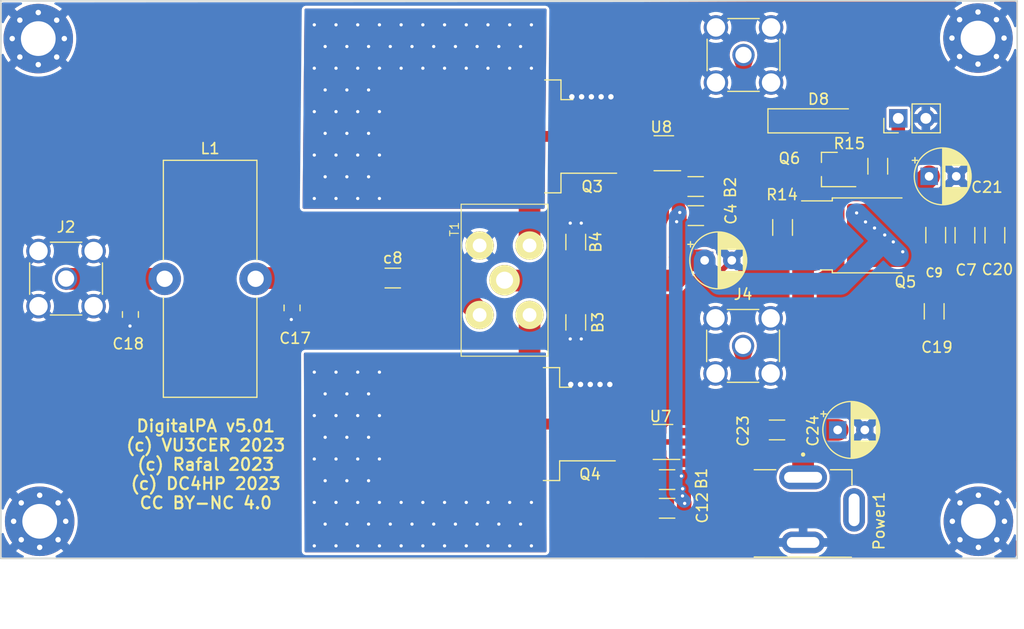
<source format=kicad_pcb>
(kicad_pcb (version 20221018) (generator pcbnew)
  (title_block (title "Hermes-Lite 2.0") (date "2019-08-11") (rev "2.0-build9") (company "SofterHardware") (comment 1 "KF7O Steve Haynal") (comment 4 "AISLER Project ID: GROBADQR"))
  (layers (0 "F.Cu" signal) (31 "B.Cu" signal) (34 "B.Paste" user) (35 "F.Paste" user) (36 "B.SilkS" user "B.Silkscreen") (37 "F.SilkS" user "F.Silkscreen") (38 "B.Mask" user) (39 "F.Mask" user) (44 "Edge.Cuts" user))
  (net 0 "")
  (net 1 "GND")
  (net 2 "VIN")
  (net 3 "VDC")
  (net 4 "Net-(T1-Pad4)")
  (net 5 "Net-(D8-A)")
  (net 6 "Net-(J2-In)")
  (net 7 "PTT")
  (net 8 "Net-(J1-In)")
  (net 10 "Net-(Q3-D)")
  (net 11 "Net-(Q6-B)")
  (net 12 "Net-(Q3-G)")
  (net 13 "Net-(Q4-G)")
  (net 14 "Net-(J4-In)")
  (net 15 "Net-(Q4-D)")
  (net 16 "Net-(C17-Pad1)")
  (footprint "Capacitor_SMD:C_0805_2012Metric_Pad1.18x1.45mm_HandSolder" (layer "F.Cu") (at 82.01 115.6875 -90)
    (fp_text reference "C18" (at 2.7025 0.2 -180) (layer "F.SilkS"))
    (fp_text value "100p")
    (pad "1" smd roundrect (at -1.0375 0 270) (size 1.175 1.45) (layers "F.Cu" "F.Paste" "F.Mask") (roundrect_rratio 0.212766) (net 6 "Net-(J2-In)"))
    (pad "2" smd roundrect (at 1.0375 0 270) (size 1.175 1.45) (layers "F.Cu" "F.Paste" "F.Mask") (roundrect_rratio 0.212766) (net 1 "GND"))
  )
  (footprint "Connector_Coaxial:SMA_Amphenol_901-144_Vertical" (layer "F.Cu") (at 138.45 118.58)
    (fp_text reference "J4" (at 0 -4.75) (layer "F.SilkS"))
    (fp_text value "Conn_Coaxial")
    (pad "1" thru_hole circle (at 0 0) (size 2.05 2.05) (drill 1.5) (layers "*.Cu" "*.Mask") (net 14 "Net-(J4-In)"))
    (pad "2" thru_hole circle (at -2.54 -2.54) (size 2.25 2.25) (drill 1.7) (layers "*.Cu" "*.Mask") (net 1 "GND"))
    (pad "2" thru_hole circle (at -2.54 2.54) (size 2.25 2.25) (drill 1.7) (layers "*.Cu" "*.Mask") (net 1 "GND"))
    (pad "2" thru_hole circle (at 2.54 -2.54) (size 2.25 2.25) (drill 1.7) (layers "*.Cu" "*.Mask") (net 1 "GND"))
    (pad "2" thru_hole circle (at 2.54 2.54) (size 2.25 2.25) (drill 1.7) (layers "*.Cu" "*.Mask") (net 1 "GND"))
  )
  (footprint "Package_TO_SOT_SMD:SOT-23_Handsoldering" (layer "F.Cu") (at 146.43 102.33 180)
    (fp_text reference "Q6" (at 3.71 1.03) (layer "F.SilkS"))
    (fp_text value "2N3904")
    (pad "1" smd rect (at -1.5 -0.95 180) (size 1.9 0.8) (layers "F.Cu" "F.Paste" "F.Mask") (net 11 "Net-(Q6-B)"))
    (pad "2" smd rect (at -1.5 0.95 180) (size 1.9 0.8) (layers "F.Cu" "F.Paste" "F.Mask") (net 1 "GND"))
    (pad "3" smd rect (at 1.5 0 180) (size 1.9 0.8) (layers "F.Cu" "F.Paste" "F.Mask") (net 5 "Net-(D8-A)"))
  )
  (footprint "Package_TO_SOT_SMD:SOT-23-5_HandSoldering" (layer "F.Cu") (at 131.15 100.831249 180)
    (fp_text reference "U8" (at 0.23 2.411249 180) (layer "F.SilkS"))
    (fp_text value "UCC27517DBVR")
    (pad "1" smd rect (at -1.35 -0.95 180) (size 1.56 0.65) (layers "F.Cu" "F.Paste" "F.Mask") (net 3 "VDC"))
    (pad "2" smd rect (at -1.35 0 180) (size 1.56 0.65) (layers "F.Cu" "F.Paste" "F.Mask") (net 1 "GND"))
    (pad "3" smd rect (at -1.35 0.95 180) (size 1.56 0.65) (layers "F.Cu" "F.Paste" "F.Mask") (net 8 "Net-(J1-In)"))
    (pad "4" smd rect (at 1.35 0.95 180) (size 1.56 0.65) (layers "F.Cu" "F.Paste" "F.Mask") (net 1 "GND"))
    (pad "5" smd rect (at 1.35 -0.95 180) (size 1.56 0.65) (layers "F.Cu" "F.Paste" "F.Mask") (net 12 "Net-(Q3-G)"))
  )
  (footprint "Capacitor_SMD:C_1206_3216Metric_Pad1.33x1.80mm_HandSolder" (layer "F.Cu") (at 156.056 115.4 -90)
    (fp_text reference "C19" (at 3.302 -0.254 -180) (layer "F.SilkS"))
    (fp_text value "1n")
    (pad "1" smd roundrect (at -1.5625 0 270) (size 1.325 1.8) (layers "F.Cu" "F.Paste" "F.Mask") (roundrect_rratio 0.188679) (net 3 "VDC"))
    (pad "2" smd roundrect (at 1.5625 0 270) (size 1.325 1.8) (layers "F.Cu" "F.Paste" "F.Mask") (roundrect_rratio 0.188679) (net 1 "GND"))
  )
  (footprint "Capacitor_SMD:C_1206_3216Metric_Pad1.33x1.80mm_HandSolder" (layer "F.Cu") (at 141.578 126.322 180)
    (fp_text reference "C23" (at 3.13 -0.1 90) (layer "F.SilkS"))
    (fp_text value "100n")
    (pad "1" smd roundrect (at -1.5625 0 180) (size 1.325 1.8) (layers "F.Cu" "F.Paste" "F.Mask") (roundrect_rratio 0.188679) (net 2 "VIN"))
    (pad "2" smd roundrect (at 1.5625 0 180) (size 1.325 1.8) (layers "F.Cu" "F.Paste" "F.Mask") (roundrect_rratio 0.188679) (net 1 "GND"))
  )
  (footprint "Package_TO_SOT_SMD:SOT-23-5_HandSoldering" (layer "F.Cu") (at 131.075 127.431249 180)
    (fp_text reference "U7" (at 0.225 2.351249 180) (layer "F.SilkS"))
    (fp_text value "UCC27517DBVR")
    (pad "1" smd rect (at -1.35 -0.95 180) (size 1.56 0.65) (layers "F.Cu" "F.Paste" "F.Mask") (net 3 "VDC"))
    (pad "2" smd rect (at -1.35 0 180) (size 1.56 0.65) (layers "F.Cu" "F.Paste" "F.Mask") (net 1 "GND"))
    (pad "3" smd rect (at -1.35 0.95 180) (size 1.56 0.65) (layers "F.Cu" "F.Paste" "F.Mask") (net 14 "Net-(J4-In)"))
    (pad "4" smd rect (at 1.35 0.95 180) (size 1.56 0.65) (layers "F.Cu" "F.Paste" "F.Mask") (net 1 "GND"))
    (pad "5" smd rect (at 1.35 -0.95 180) (size 1.56 0.65) (layers "F.Cu" "F.Paste" "F.Mask") (net 13 "Net-(Q4-G)"))
  )
  (footprint "Capacitor_THT:CP_Radial_D5.0mm_P2.50mm" (layer "F.Cu") (at 147.166 126.322)
    (fp_text reference "C24" (at -2.28 0.08 90) (layer "F.SilkS"))
    (fp_text value "100u")
    (pad "1" thru_hole rect (at 0 0) (size 1.6 1.6) (drill 0.8) (layers "*.Cu" "*.Mask") (net 2 "VIN"))
    (pad "2" thru_hole circle (at 2.5 0) (size 1.6 1.6) (drill 0.8) (layers "*.Cu" "*.Mask") (net 1 "GND"))
  )
  (footprint "Connector_PinHeader_2.54mm:PinHeader_1x02_P2.54mm_Vertical" (layer "F.Cu") (at 152.749 97.62 90)
    (fp_text reference "J3" hide)
    (fp_text value "Conn_01x02_Male")
    (pad "1" thru_hole rect (at 0 0 90) (size 1.7 1.7) (drill 1) (layers "*.Cu" "*.Mask") (net 7 "PTT"))
    (pad "2" thru_hole oval (at 0 2.54 90) (size 1.7 1.7) (drill 1) (layers "*.Cu" "*.Mask") (net 1 "GND"))
  )
  (footprint "Capacitor_THT:CP_Radial_D5.0mm_P2.50mm" (layer "F.Cu") (at 134.91 110.7)
    (fp_text reference "C10" hide)
    (fp_text value "100u")
    (pad "1" thru_hole rect (at 0 0) (size 1.6 1.6) (drill 0.8) (layers "*.Cu" "*.Mask") (net 3 "VDC"))
    (pad "2" thru_hole circle (at 2.5 0) (size 1.6 1.6) (drill 0.8) (layers "*.Cu" "*.Mask") (net 1 "GND"))
  )
  (footprint "Capacitor_SMD:C_1206_3216Metric_Pad1.33x1.80mm_HandSolder" (layer "F.Cu") (at 134.1 106.58)
    (fp_text reference "C4" (at 3.23 -0.14 90) (layer "F.SilkS"))
    (fp_text value "1n")
    (pad "1" smd roundrect (at -1.5625 0) (size 1.325 1.8) (layers "F.Cu" "F.Paste" "F.Mask") (roundrect_rratio 0.188679) (net 3 "VDC"))
    (pad "2" smd roundrect (at 1.5625 0) (size 1.325 1.8) (layers "F.Cu" "F.Paste" "F.Mask") (roundrect_rratio 0.188679) (net 1 "GND"))
  )
  (footprint "Resistor_SMD:R_1206_3216Metric_Pad1.30x1.75mm_HandSolder" (layer "F.Cu") (at 150.86 102.03 90)
    (fp_text reference "R15" (at 2.09 -2.62 180) (layer "F.SilkS"))
    (fp_text value "4.7k")
    (pad "1" smd roundrect (at -1.55 0 90) (size 1.3 1.75) (layers "F.Cu" "F.Paste" "F.Mask") (roundrect_rratio 0.192308) (net 11 "Net-(Q6-B)"))
    (pad "2" smd roundrect (at 1.55 0 90) (size 1.3 1.75) (layers "F.Cu" "F.Paste" "F.Mask") (roundrect_rratio 0.192308) (net 7 "PTT"))
  )
  (footprint "Capacitor_SMD:C_1206_3216Metric_Pad1.33x1.80mm_HandSolder" (layer "F.Cu") (at 156.198 108.374 90)
    (fp_text reference "C9" (at -3.47 -0.142 180) (layer "F.SilkS") (effects (font (size 0.8 0.8))))
    (fp_text value "100n")
    (pad "1" smd roundrect (at -1.5625 0 90) (size 1.325 1.8) (layers "F.Cu" "F.Paste" "F.Mask") (roundrect_rratio 0.188679) (net 3 "VDC"))
    (pad "2" smd roundrect (at 1.5625 0 90) (size 1.325 1.8) (layers "F.Cu" "F.Paste" "F.Mask") (roundrect_rratio 0.188679) (net 1 "GND"))
  )
  (footprint "Capacitor_SMD:C_1206_3216Metric_Pad1.33x1.80mm_HandSolder" (layer "F.Cu") (at 123.036 109.0115 -90)
    (fp_text reference "B4" (at 0 -1.85 90) (layer "F.SilkS"))
    (fp_text value "0.1uF")
    (pad "1" smd roundrect (at -1.5625 0 270) (size 1.325 1.8) (layers "F.Cu" "F.Paste" "F.Mask") (roundrect_rratio 0.188679) (net 1 "GND"))
    (pad "2" smd roundrect (at 1.5625 0 270) (size 1.325 1.8) (layers "F.Cu" "F.Paste" "F.Mask") (roundrect_rratio 0.188679) (net 3 "VDC"))
  )
  (footprint "MountingHole:MountingHole_3.2mm_M3_Pad_Via" (layer "F.Cu") (at 160.13 134.74)
    (fp_text reference "H1" hide)
    (fp_text value "MountingHole_Pad" hide)
    (pad "1" thru_hole circle (at -2.4 0) (size 0.8 0.8) (drill 0.5) (layers "*.Cu" "*.Mask") (net 1 "GND"))
    (pad "1" thru_hole circle (at -1.697056 -1.697056) (size 0.8 0.8) (drill 0.5) (layers "*.Cu" "*.Mask") (net 1 "GND"))
    (pad "1" thru_hole circle (at -1.697056 1.697056) (size 0.8 0.8) (drill 0.5) (layers "*.Cu" "*.Mask") (net 1 "GND"))
    (pad "1" thru_hole circle (at 0 -2.4) (size 0.8 0.8) (drill 0.5) (layers "*.Cu" "*.Mask") (net 1 "GND"))
    (pad "1" thru_hole circle (at 0 0) (size 6.4 6.4) (drill 3.2) (layers "*.Cu" "*.Mask") (net 1 "GND"))
    (pad "1" thru_hole circle (at 0 2.4) (size 0.8 0.8) (drill 0.5) (layers "*.Cu" "*.Mask") (net 1 "GND"))
    (pad "1" thru_hole circle (at 1.697056 -1.697056) (size 0.8 0.8) (drill 0.5) (layers "*.Cu" "*.Mask") (net 1 "GND"))
    (pad "1" thru_hole circle (at 1.697056 1.697056) (size 0.8 0.8) (drill 0.5) (layers "*.Cu" "*.Mask") (net 1 "GND"))
    (pad "1" thru_hole circle (at 2.4 0) (size 0.8 0.8) (drill 0.5) (layers "*.Cu" "*.Mask") (net 1 "GND"))
  )
  (footprint "MountingHole:MountingHole_3.2mm_M3_Pad_Via" (layer "F.Cu") (at 73.65 134.74)
    (fp_text reference "H2" hide)
    (fp_text value "MountingHole_Pad" hide)
    (pad "1" thru_hole circle (at -2.4 0) (size 0.8 0.8) (drill 0.5) (layers "*.Cu" "*.Mask") (net 1 "GND"))
    (pad "1" thru_hole circle (at -1.697056 -1.697056) (size 0.8 0.8) (drill 0.5) (layers "*.Cu" "*.Mask") (net 1 "GND"))
    (pad "1" thru_hole circle (at -1.697056 1.697056) (size 0.8 0.8) (drill 0.5) (layers "*.Cu" "*.Mask") (net 1 "GND"))
    (pad "1" thru_hole circle (at 0 -2.4) (size 0.8 0.8) (drill 0.5) (layers "*.Cu" "*.Mask") (net 1 "GND"))
    (pad "1" thru_hole circle (at 0 0) (size 6.4 6.4) (drill 3.2) (layers "*.Cu" "*.Mask") (net 1 "GND"))
    (pad "1" thru_hole circle (at 0 2.4) (size 0.8 0.8) (drill 0.5) (layers "*.Cu" "*.Mask") (net 1 "GND"))
    (pad "1" thru_hole circle (at 1.697056 -1.697056) (size 0.8 0.8) (drill 0.5) (layers "*.Cu" "*.Mask") (net 1 "GND"))
    (pad "1" thru_hole circle (at 1.697056 1.697056) (size 0.8 0.8) (drill 0.5) (layers "*.Cu" "*.Mask") (net 1 "GND"))
    (pad "1" thru_hole circle (at 2.4 0) (size 0.8 0.8) (drill 0.5) (layers "*.Cu" "*.Mask") (net 1 "GND"))
  )
  (footprint "Connector_Coaxial:SMA_Amphenol_901-144_Vertical" (layer "F.Cu") (at 138.49 91.78)
    (fp_text reference "J1" hide)
    (fp_text value "Conn_Coaxial")
    (pad "1" thru_hole circle (at 0 0) (size 2.05 2.05) (drill 1.5) (layers "*.Cu" "*.Mask") (net 8 "Net-(J1-In)"))
    (pad "2" thru_hole circle (at -2.54 -2.54) (size 2.25 2.25) (drill 1.7) (layers "*.Cu" "*.Mask") (net 1 "GND"))
    (pad "2" thru_hole circle (at -2.54 2.54) (size 2.25 2.25) (drill 1.7) (layers "*.Cu" "*.Mask") (net 1 "GND"))
    (pad "2" thru_hole circle (at 2.54 -2.54) (size 2.25 2.25) (drill 1.7) (layers "*.Cu" "*.Mask") (net 1 "GND"))
    (pad "2" thru_hole circle (at 2.54 2.54) (size 2.25 2.25) (drill 1.7) (layers "*.Cu" "*.Mask") (net 1 "GND"))
  )
  (footprint "Capacitor_SMD:C_1206_3216Metric_Pad1.33x1.80mm_HandSolder" (layer "F.Cu") (at 161.65 108.3875 90)
    (fp_text reference "C20" (at -3.1525 0.24 180) (layer "F.SilkS"))
    (fp_text value "100n")
    (pad "1" smd roundrect (at -1.5625 0 90) (size 1.325 1.8) (layers "F.Cu" "F.Paste" "F.Mask") (roundrect_rratio 0.188679) (net 3 "VDC"))
    (pad "2" smd roundrect (at 1.5625 0 90) (size 1.325 1.8) (layers "F.Cu" "F.Paste" "F.Mask") (roundrect_rratio 0.188679) (net 1 "GND"))
  )
  (footprint "Capacitor_SMD:C_1206_3216Metric_Pad1.33x1.80mm_HandSolder" (layer "F.Cu") (at 106.18 112.33)
    (fp_text reference "c8" (at 0 -1.85) (layer "F.SilkS"))
    (fp_text value "0.1uF")
    (pad "1" smd roundrect (at -1.5625 0) (size 1.325 1.8) (layers "F.Cu" "F.Paste" "F.Mask") (roundrect_rratio 0.188679) (net 16 "Net-(C17-Pad1)"))
    (pad "2" smd roundrect (at 1.5625 0) (size 1.325 1.8) (layers "F.Cu" "F.Paste" "F.Mask") (roundrect_rratio 0.188679) (net 4 "Net-(T1-Pad4)"))
  )
  (footprint "Capacitor_SMD:C_1206_3216Metric_Pad1.33x1.80mm_HandSolder" (layer "F.Cu") (at 131.45 133.54 180)
    (fp_text reference "C12" (at -3.24 0.05 270) (layer "F.SilkS"))
    (fp_text value "1n")
    (pad "1" smd roundrect (at -1.5625 0 180) (size 1.325 1.8) (layers "F.Cu" "F.Paste" "F.Mask") (roundrect_rratio 0.188679) (net 3 "VDC"))
    (pad "2" smd roundrect (at 1.5625 0 180) (size 1.325 1.8) (layers "F.Cu" "F.Paste" "F.Mask") (roundrect_rratio 0.188679) (net 1 "GND"))
  )
  (footprint "Inductor_THT:L_Toroid_Vertical_L21.6mm_W8.4mm_P8.38mm_Pulse_G" (layer "F.Cu") (at 93.545 112.4 -90)
    (fp_text reference "L1" (at -12 4.195) (layer "F.SilkS"))
    (fp_text value "318.5nH")
    (pad "1" thru_hole circle (at 0 0 270) (size 3 3) (drill 1.5) (layers "*.Cu" "*.Mask") (net 16 "Net-(C17-Pad1)"))
    (pad "2" thru_hole circle (at 0 8.38 270) (size 3 3) (drill 1.5) (layers "*.Cu" "*.Mask") (net 6 "Net-(J2-In)"))
  )
  (footprint "Package_TO_SOT_SMD:TO-252-2" (layer "F.Cu") (at 149.98 108.4)
    (fp_text reference "Q5" (at 3.424 4.292) (layer "F.SilkS"))
    (fp_text value "AOD407")
    (pad "1" smd roundrect (at -5.04 -2.28) (size 2.2 1.2) (layers "F.Cu" "F.Paste" "F.Mask") (roundrect_rratio 0.208333) (net 5 "Net-(D8-A)"))
    (pad "2" smd roundrect (at -0.415 -1.525) (size 3.05 2.75) (layers "F.Cu" "F.Paste") (roundrect_rratio 0.090909) (net 3 "VDC"))
    (pad "2" smd roundrect (at -0.415 1.525) (size 3.05 2.75) (layers "F.Cu" "F.Paste") (roundrect_rratio 0.090909) (net 3 "VDC"))
    (pad "2" smd roundrect (at 1.26 0) (size 6.4 5.8) (layers "F.Cu" "F.Mask") (roundrect_rratio 0.043103) (net 3 "VDC"))
    (pad "2" smd roundrect (at 2.935 -1.525) (size 3.05 2.75) (layers "F.Cu" "F.Paste") (roundrect_rratio 0.090909) (net 3 "VDC"))
    (pad "2" smd roundrect (at 2.935 1.525) (size 3.05 2.75) (layers "F.Cu" "F.Paste") (roundrect_rratio 0.090909) (net 3 "VDC"))
    (pad "3" smd roundrect (at -5.04 2.28) (size 2.2 1.2) (layers "F.Cu" "F.Paste" "F.Mask") (roundrect_rratio 0.208333) (net 2 "VIN"))
  )
  (footprint "Resistor_SMD:R_1206_3216Metric_Pad1.30x1.75mm_HandSolder" (layer "F.Cu") (at 142.09 107.67 90)
    (fp_text reference "R14" (at 3.02 -0.05 180) (layer "F.SilkS"))
    (fp_text value "100k")
    (pad "1" smd roundrect (at -1.55 0 90) (size 1.3 1.75) (layers "F.Cu" "F.Paste" "F.Mask") (roundrect_rratio 0.192308) (net 2 "VIN"))
    (pad "2" smd roundrect (at 1.55 0 90) (size 1.3 1.75) (layers "F.Cu" "F.Paste" "F.Mask") (roundrect_rratio 0.192308) (net 5 "Net-(D8-A)"))
  )
  (footprint "Capacitor_SMD:C_0805_2012Metric_Pad1.18x1.45mm_HandSolder" (layer "F.Cu") (at 96.9 115.08 -90)
    (fp_text reference "C17" (at 2.8 -0.28) (layer "F.SilkS"))
    (fp_text value "100p")
    (pad "1" smd roundrect (at -1.0375 0 270) (size 1.175 1.45) (layers "F.Cu" "F.Paste" "F.Mask") (roundrect_rratio 0.212766) (net 16 "Net-(C17-Pad1)"))
    (pad "2" smd roundrect (at 1.0375 0 270) (size 1.175 1.45) (layers "F.Cu" "F.Paste" "F.Mask") (roundrect_rratio 0.212766) (net 1 "GND"))
  )
  (footprint "MountingHole:MountingHole_3.2mm_M3_Pad_Via" (layer "F.Cu") (at 73.52 90.27)
    (fp_text reference "H4" hide)
    (fp_text value "MountingHole_Pad" hide)
    (pad "1" thru_hole circle (at -2.4 0) (size 0.8 0.8) (drill 0.5) (layers "*.Cu" "*.Mask") (net 1 "GND"))
    (pad "1" thru_hole circle (at -1.697056 -1.697056) (size 0.8 0.8) (drill 0.5) (layers "*.Cu" "*.Mask") (net 1 "GND"))
    (pad "1" thru_hole circle (at -1.697056 1.697056) (size 0.8 0.8) (drill 0.5) (layers "*.Cu" "*.Mask") (net 1 "GND"))
    (pad "1" thru_hole circle (at 0 -2.4) (size 0.8 0.8) (drill 0.5) (layers "*.Cu" "*.Mask") (net 1 "GND"))
    (pad "1" thru_hole circle (at 0 0) (size 6.4 6.4) (drill 3.2) (layers "*.Cu" "*.Mask") (net 1 "GND"))
    (pad "1" thru_hole circle (at 0 2.4) (size 0.8 0.8) (drill 0.5) (layers "*.Cu" "*.Mask") (net 1 "GND"))
    (pad "1" thru_hole circle (at 1.697056 -1.697056) (size 0.8 0.8) (drill 0.5) (layers "*.Cu" "*.Mask") (net 1 "GND"))
    (pad "1" thru_hole circle (at 1.697056 1.697056) (size 0.8 0.8) (drill 0.5) (layers "*.Cu" "*.Mask") (net 1 "GND"))
    (pad "1" thru_hole circle (at 2.4 0) (size 0.8 0.8) (drill 0.5) (layers "*.Cu" "*.Mask") (net 1 "GND"))
  )
  (footprint "Capacitor_SMD:C_1206_3216Metric_Pad1.33x1.80mm_HandSolder" (layer "F.Cu") (at 134.08 103.9 180)
    (fp_text reference "B2" (at -3.2 -0.08 90) (layer "F.SilkS"))
    (fp_text value "0.1uF")
    (pad "1" smd roundrect (at -1.5625 0 180) (size 1.325 1.8) (layers "F.Cu" "F.Paste" "F.Mask") (roundrect_rratio 0.188679) (net 1 "GND"))
    (pad "2" smd roundrect (at 1.5625 0 180) (size 1.325 1.8) (layers "F.Cu" "F.Paste" "F.Mask") (roundrect_rratio 0.188679) (net 3 "VDC"))
  )
  (footprint "Package_TO_SOT_SMD:TO-263-3_TabPin2" (layer "F.Cu") (at 118.600001 125.781249 180)
    (fp_text reference "Q4" (at -5.749999 -4.618751) (layer "F.SilkS"))
    (fp_text value "IRF510")
    (pad "1" smd rect (at -5.775 -2.54 180) (size 4.6 1.1) (layers "F.Cu" "F.Paste" "F.Mask") (net 13 "Net-(Q4-G)"))
    (pad "2" smd rect (at -5.775 0 180) (size 4.6 1.1) (layers "F.Cu" "F.Paste" "F.Mask") (net 15 "Net-(Q4-D)"))
    (pad "2" smd rect (at 3.375 0 180) (size 9.4 10.8) (layers "F.Cu" "F.Mask") (net 15 "Net-(Q4-D)"))
    (pad "3" smd rect (at -5.775 2.54 180) (size 4.6 1.1) (layers "F.Cu" "F.Paste" "F.Mask") (net 1 "GND"))
  )
  (footprint "Diode_SMD:D_MiniMELF_Handsoldering" (layer "F.Cu") (at 145.4025 97.85)
    (fp_text reference "D8" (at 0 -2) (layer "F.SilkS"))
    (fp_text value "5.1V")
    (pad "1" smd roundrect (at -2.75 0) (size 3.3 1.7) (layers "F.Cu" "F.Paste" "F.Mask") (roundrect_rratio 0.1470588235) (net 2 "VIN"))
    (pad "2" smd roundrect (at 2.75 0) (size 3.3 1.7) (layers "F.Cu" "F.Paste" "F.Mask") (roundrect_rratio 0.1470588235) (net 5 "Net-(D8-A)"))
  )
  (footprint "Package_TO_SOT_SMD:TO-263-3_TabPin2" (layer "F.Cu") (at 118.725 99.281249 180)
    (fp_text reference "Q3" (at -5.825 -4.618751) (layer "F.SilkS"))
    (fp_text value "IRF510")
    (pad "1" smd rect (at -5.775 -2.54 180) (size 4.6 1.1) (layers "F.Cu" "F.Paste" "F.Mask") (net 12 "Net-(Q3-G)"))
    (pad "2" smd rect (at -5.775 0 180) (size 4.6 1.1) (layers "F.Cu" "F.Paste" "F.Mask") (net 10 "Net-(Q3-D)"))
    (pad "2" smd rect (at 3.375 0 180) (size 9.4 10.8) (layers "F.Cu" "F.Mask") (net 10 "Net-(Q3-D)"))
    (pad "3" smd rect (at -5.775 2.54 180) (size 4.6 1.1) (layers "F.Cu" "F.Paste" "F.Mask") (net 1 "GND"))
  )
  (footprint "Capacitor_SMD:C_1206_3216Metric_Pad1.33x1.80mm_HandSolder" (layer "F.Cu") (at 123.036 116.416 90)
    (fp_text reference "B3" (at 0 2.032 90) (layer "F.SilkS"))
    (fp_text value "0.1uF")
    (pad "1" smd roundrect (at -1.5625 0 90) (size 1.325 1.8) (layers "F.Cu" "F.Paste" "F.Mask") (roundrect_rratio 0.188679) (net 1 "GND"))
    (pad "2" smd roundrect (at 1.5625 0 90) (size 1.325 1.8) (layers "F.Cu" "F.Paste" "F.Mask") (roundrect_rratio 0.188679) (net 3 "VDC"))
  )
  (footprint "footprints:XKB_DC-005-5A-2.0_Modded" (layer "F.Cu") (at 143.98 136.688 90)
    (fp_text reference "Power1" (at 1.984 6.996 90) (layer "F.SilkS"))
    (fp_text value "DC-005 (Barrel Jack)" hide)
    (pad "1" thru_hole oval (at 6 0 90) (size 2.2 4.4) (drill oval 1 3.5) (layers "*.Cu" "*.Mask") (net 2 "VIN"))
    (pad "2" thru_hole oval (at 0 0 90) (size 2 4) (drill oval 1 3) (layers "*.Cu" "*.Mask") (net 1 "GND"))
    (pad "3" thru_hole oval (at 3 4.7 90) (size 4 2) (drill oval 3 1) (layers "*.Cu" "*.Mask"))
  )
  (footprint "Connector_Coaxial:SMA_Amphenol_901-144_Vertical" (layer "F.Cu") (at 76.08 112.38)
    (fp_text reference "J2" (at 0 -4.75) (layer "F.SilkS"))
    (fp_text value "Conn_Coaxial")
    (pad "1" thru_hole circle (at 0 0) (size 2.05 2.05) (drill 1.5) (layers "*.Cu" "*.Mask") (net 6 "Net-(J2-In)"))
    (pad "2" thru_hole circle (at -2.54 -2.54) (size 2.25 2.25) (drill 1.7) (layers "*.Cu" "*.Mask") (net 1 "GND"))
    (pad "2" thru_hole circle (at -2.54 2.54) (size 2.25 2.25) (drill 1.7) (layers "*.Cu" "*.Mask") (net 1 "GND"))
    (pad "2" thru_hole circle (at 2.54 -2.54) (size 2.25 2.25) (drill 1.7) (layers "*.Cu" "*.Mask") (net 1 "GND"))
    (pad "2" thru_hole circle (at 2.54 2.54) (size 2.25 2.25) (drill 1.7) (layers "*.Cu" "*.Mask") (net 1 "GND"))
  )
  (footprint "Capacitor_SMD:C_1206_3216Metric_Pad1.33x1.80mm_HandSolder" (layer "F.Cu") (at 131.45 130.899999)
    (fp_text reference "B1" (at 3.17 -0.099999 90) (layer "F.SilkS"))
    (fp_text value "0.1uF")
    (pad "1" smd roundrect (at -1.5625 0) (size 1.325 1.8) (layers "F.Cu" "F.Paste" "F.Mask") (roundrect_rratio 0.188679) (net 1 "GND"))
    (pad "2" smd roundrect (at 1.5625 0) (size 1.325 1.8) (layers "F.Cu" "F.Paste" "F.Mask") (roundrect_rratio 0.188679) (net 3 "VDC"))
  )
  (footprint "Capacitor_SMD:C_1206_3216Metric_Pad1.33x1.80mm_HandSolder" (layer "F.Cu") (at 158.89 108.3875 90)
    (fp_text reference "C7" (at -3.2025 0.1 180) (layer "F.SilkS"))
    (fp_text value "1n")
    (pad "1" smd roundrect (at -1.5625 0 90) (size 1.325 1.8) (layers "F.Cu" "F.Paste" "F.Mask") (roundrect_rratio 0.188679) (net 3 "VDC"))
    (pad "2" smd roundrect (at 1.5625 0 90) (size 1.325 1.8) (layers "F.Cu" "F.Paste" "F.Mask") (roundrect_rratio 0.188679) (net 1 "GND"))
  )
  (footprint "Capacitor_THT:CP_Radial_D5.0mm_P2.50mm" (layer "F.Cu") (at 155.59 102.96)
    (fp_text reference "C21" (at 5.33 1) (layer "F.SilkS"))
    (fp_text value "100u")
    (pad "1" thru_hole rect (at 0 0) (size 1.6 1.6) (drill 0.8) (layers "*.Cu" "*.Mask") (net 3 "VDC"))
    (pad "2" thru_hole circle (at 2.5 0) (size 1.6 1.6) (drill 0.8) (layers "*.Cu" "*.Mask") (net 1 "GND"))
  )
  (footprint "MountingHole:MountingHole_3.2mm_M3_Pad_Via" (layer "F.Cu") (at 160.092944 90.222944)
    (fp_text reference "H3" hide)
    (fp_text value "MountingHole_Pad" hide)
    (pad "1" thru_hole circle (at -2.4 0) (size 0.8 0.8) (drill 0.5) (layers "*.Cu" "*.Mask") (net 1 "GND"))
    (pad "1" thru_hole circle (at -1.697056 -1.697056) (size 0.8 0.8) (drill 0.5) (layers "*.Cu" "*.Mask") (net 1 "GND"))
    (pad "1" thru_hole circle (at -1.697056 1.697056) (size 0.8 0.8) (drill 0.5) (layers "*.Cu" "*.Mask") (net 1 "GND"))
    (pad "1" thru_hole circle (at 0 -2.4) (size 0.8 0.8) (drill 0.5) (layers "*.Cu" "*.Mask") (net 1 "GND"))
    (pad "1" thru_hole circle (at 0 0) (size 6.4 6.4) (drill 3.2) (layers "*.Cu" "*.Mask") (net 1 "GND"))
    (pad "1" thru_hole circle (at 0 2.4) (size 0.8 0.8) (drill 0.5) (layers "*.Cu" "*.Mask") (net 1 "GND"))
    (pad "1" thru_hole circle (at 1.697056 -1.697056) (size 0.8 0.8) (drill 0.5) (layers "*.Cu" "*.Mask") (net 1 "GND"))
    (pad "1" thru_hole circle (at 1.697056 1.697056) (size 0.8 0.8) (drill 0.5) (layers "*.Cu" "*.Mask") (net 1 "GND"))
    (pad "1" thru_hole circle (at 2.4 0) (size 0.8 0.8) (drill 0.5) (layers "*.Cu" "*.Mask") (net 1 "GND"))
  )
  (footprint "footprints:BN202V" (layer "F.Cu") (at 116.48 112.53 180)
    (fp_text reference "T1" (at 4.62 4.7 90) (layer "F.SilkS") (effects (font (size 0.8 0.8) (thickness 0.1))))
    (fp_text value "BN-61-202, 2+2T:6T")
    (pad "1" thru_hole circle (at -2.3 3.2 180) (size 2.6 2.6) (drill 1.27) (layers "*.Cu" "*.Mask" "F.SilkS") (net 10 "Net-(Q3-D)"))
    (pad "2" thru_hole circle (at 0 0 180) (size 2.8 2.8) (drill 1.57) (layers "*.Cu" "*.Mask" "F.SilkS") (net 3 "VDC"))
    (pad "3" thru_hole circle (at -2.3 -3.2 180) (size 2.6 2.6) (drill 1.27) (layers "*.Cu" "*.Mask" "F.SilkS") (net 15 "Net-(Q4-D)"))
    (pad "4" thru_hole circle (at 2.3 -3.2 180) (size 2.6 2.6) (drill 1.27) (layers "*.Cu" "*.Mask" "F.SilkS") (net 4 "Net-(T1-Pad4)"))
    (pad "5" thru_hole circle (at 2.3 3.2 180) (size 2.6 2.6) (drill 1.27) (layers "*.Cu" "*.Mask" "F.SilkS") (net 1 "GND"))
  )
  (gr_rect (start 70.07 86.79) (end 163.7 138.16) (stroke (width 0.15)) (fill none) (layer "Edge.Cuts"))
  (gr_text "DigitalPA v5.01\n(c) VU3CER 2023\n(c) Rafal 2023\n(c) DC4HP 2023\nCC BY-NC 4.0" (at 88.95 129.5) (layer "F.SilkS") (effects (font (size 1.1 1.1) (thickness 0.2))))
  (segment (start 132.2125 127.431249) (end 133.475 127.431249) (width 0.5) (layer "F.Cu") (net 1))
  (segment (start 124.733752 123.6) (end 124.375001 123.241249) (width 0.5) (layer "F.Cu") (net 1))
  (segment (start 124.858751 97.1) (end 124.5 96.741249) (width 0.5) (layer "F.Cu") (net 1))
  (segment (start 129.8875 133.54) (end 129.8875 130.899999) (width 1.25) (layer "F.Cu") (net 1))
  (via (at 124.375 122.131249) (size 0.8) (drill 0.5) (layers "F.Cu" "B.Cu") (net 1))
  (via (at 126.275 95.631249) (size 0.8) (drill 0.5) (layers "F.Cu" "B.Cu") (net 1))
  (via (at 123.544 117.94) (size 0.6) (drill 0.3) (layers "F.Cu" "B.Cu") (net 1))
  (via (at 124.474999 95.631249) (size 0.8) (drill 0.5) (layers "F.Cu" "B.Cu") (net 1))
  (via (at 125.275 122.131249) (size 0.8) (drill 0.5) (layers "F.Cu" "B.Cu") (net 1))
  (via (at 122.575 122.131249) (size 0.8) (drill 0.5) (layers "F.Cu" "B.Cu") (net 1))
  (via (at 81.97 116.75) (size 0.6) (drill 0.3) (layers "F.Cu" "B.Cu") (net 1))
  (via (at 123.575 95.631249) (size 0.8) (drill 0.5) (layers "F.Cu" "B.Cu") (net 1))
  (via (at 96.83 116.15) (size 0.6) (drill 0.3) (layers "F.Cu" "B.Cu") (net 1))
  (via (at 123.544 107.272) (size 0.6) (drill 0.3) (layers "F.Cu" "B.Cu") (net 1))
  (via (at 126.175 122.131249) (size 0.8) (drill 0.5) (layers "F.Cu" "B.Cu") (net 1))
  (via (at 123.475 122.131249) (size 0.8) (drill 0.5) (layers "F.Cu" "B.Cu") (net 1))
  (via (at 122.675 95.631249) (size 0.8) (drill 0.5) (layers "F.Cu" "B.Cu") (net 1))
  (via (at 122.528 117.94) (size 0.6) (drill 0.3) (layers "F.Cu" "B.Cu") (net 1))
  (via (at 125.375001 95.631249) (size 0.8) (drill 0.5) (layers "F.Cu" "B.Cu") (net 1))
  (via (at 122.528 107.272) (size 0.6) (drill 0.3) (layers "F.Cu" "B.Cu") (net 1))
  (segment (start 144.118 110.68) (end 144.94 110.68) (width 2) (layer "F.Cu") (net 2))
  (segment (start 143.98 128.354) (end 143.98 127.1615) (width 2) (layer "F.Cu") (net 2))
  (segment (start 141.094 97.85) (end 140.308 98.636) (width 1) (layer "F.Cu") (net 2))
  (segment (start 142.09 109.22) (end 142.658 109.22) (width 2) (layer "F.Cu") (net 2))
  (segment (start 140.308 98.636) (end 140.308 107.438) (width 1) (layer "F.Cu") (net 2))
  (segment (start 147.166 126.322) (end 143.1405 126.322) (width 2) (layer "F.Cu") (net 2))
  (segment (start 142.6525 97.85) (end 141.094 97.85) (width 1) (layer "F.Cu") (net 2))
  (segment (start 143.98 127.1615) (end 143.1405 126.322) (width 2) (layer "F.Cu") (net 2))
  (segment (start 143.98 130.688) (end 143.98 128.354) (width 2) (layer "F.Cu") (net 2))
  (segment (start 142.658 109.22) (end 144.118 110.68) (width 2) (layer "F.Cu") (net 2))
  (segment (start 140.308 107.438) (end 142.09 109.22) (width 1) (layer "F.Cu") (net 2))
  (segment (start 143.98 128.354) (end 143.98 110.818) (width 2) (layer "F.Cu") (net 2))
  (segment (start 132.5375 106.58) (end 132.5375 103.92) (width 0.7) (layer "F.Cu") (net 3))
  (segment (start 152.915 109.925) (end 161.625 109.925) (width 2) (layer "F.Cu") (net 3))
  (segment (start 132.62 112) (end 132.06 112.56) (width 2) (layer "F.Cu") (net 3))
  (segment (start 133.0125 131.8725) (end 133.0125 132.2575) (width 1.25) (layer "F.Cu") (net 3))
  (segment (start 132.62 106.29) (end 132.62 107.65) (width 1.25) (layer "F.Cu") (net 3))
  (segment (start 156.056 110.0785) (end 156.198 109.9365) (width 2) (layer "F.Cu") (net 3))
  (segment (start 132.62 110.41) (end 132.91 110.7) (width 2) (layer "F.Cu") (net 3))
  (segment (start 152.915 106.875) (end 152.915 105.635) (width 2) (layer "F.Cu") (net 3))
  (segment (start 133.0125 133.54) (end 133.0125 130.8125) (width 1.25) (layer "F.Cu") (net 3))
  (segment (start 132.5175 103.9) (end 132.5175 101.798749) (width 0.7) (layer "F.Cu") (net 3))
  (segment (start 123.036 112.56) (end 132.06 112.56) (width 2) (layer "F.Cu") (net 3))
  (segment (start 161.625 109.925) (end 161.65 109.95) (width 2) (layer "F.Cu") (net 3))
  (segment (start 116.68 112.56) (end 123.036 112.56) (width 2) (layer "F.Cu") (net 3))
  (segment (start 133.0125 133.1475) (end 133.0125 133.54) (width 1.25) (layer "F.Cu") (net 3))
  (segment (start 132.91 110.7) (end 134.91 110.7) (width 2) (layer "F.Cu") (net 3))
  (segment (start 132.275 130.899998) (end 132.275 128.443749) (width 0.5) (layer "F.Cu") (net 3))
  (segment (start 123.036 110.574) (end 123.036 112.56) (width 2) (layer "F.Cu") (net 3))
  (segment (start 133.0125 133.0325) (end 133.07 133.09) (width 1.25) (layer "F.Cu") (net 3))
  (segment (start 152.915 105.635) (end 155.59 102.96) (width 2) (layer "F.Cu") (net 3))
  (segment (start 133.07 133.09) (end 133.0125 133.1475) (width 1.25) (layer "F.Cu") (net 3))
  (segment (start 132.62 107.65) (end 132.62 110.41) (width 2) (layer "F.Cu") (net 3))
  (segment (start 133.0125 132.5425) (end 133.0125 133.0325) (width 1.25) (layer "F.Cu") (net 3))
  (segment (start 132.62 110.41) (end 132.62 112) (width 2) (layer "F.Cu") (net 3))
  (segment (start 123.036 114.8535) (end 123.036 112.56) (width 2) (layer "F.Cu") (net 3))
  (segment (start 156.056 113.8375) (end 156.056 110.0785) (width 2) (layer "F.Cu") (net 3))
  (via (at 132.77 130.57) (size 0.6) (drill 0.3) (layers "F.Cu" "B.Cu") (net 3))
  (via (at 151.5 108.36) (size 0.6) (drill 0.3) (layers "F.Cu" "B.Cu") (net 3))
  (via (at 152.29 109) (size 0.6) (drill 0.3) (layers "F.Cu" "B.Cu") (net 3))
  (via (at 132.87 132.4) (size 0.6) (drill 0.3) (layers "F.Cu" "B.Cu") (net 3))
  (via (at 133.07 133.09) (size 0.6) (drill 0.3) (layers "F.Cu" "B.Cu") (net 3))
  (via (at 132.88 131.74) (size 0.6) (drill 0.3) (layers "F.Cu" "B.Cu") (net 3))
  (via (at 148.91 106.33) (size 0.6) (drill 0.3) (layers "F.Cu" "B.Cu") (net 3))
  (via (at 132.62 106.29) (size 0.6) (drill 0.3) (layers "F.Cu" "B.Cu") (net 3))
  (via (at 149.73 107.16) (size 0.6) (drill 0.3) (layers "F.Cu" "B.Cu") (net 3))
  (via (at 150.56 107.72) (size 0.6) (drill 0.3) (layers "F.Cu" "B.Cu") (net 3))
  (via (at 132.33 107.14) (size 0.6) (drill 0.3) (layers "F.Cu" "B.Cu") (net 3))
  (via (at 153.16 109.91) (size 0.6) (drill 0.3) (layers "F.Cu" "B.Cu") (net 3))
  (segment (start 148.98 106.52) (end 151.37 108.91) (width 1.25) (layer "B.Cu") (net 3))
  (segment (start 132.25 106.66) (end 132.62 106.29) (width 1.25) (layer "B.Cu") (net 3))
  (segment (start 151.37 108.91) (end 152.71 110.25) (width 1.25) (layer "B.Cu") (net 3))
  (segment (start 132.25 132.1) (end 133.02 132.87) (width 1.25) (layer "B.Cu") (net 3))
  (segment (start 134.91 111.5) (end 136.27 112.86) (width 2) (layer "B.Cu") (net 3))
  (segment (start 132.25 107.06) (end 132.25 106.8) (width 1.25) (layer "B.Cu") (net 3))
  (segment (start 134.91 110.7) (end 134.91 111.5) (width 2) (layer "B.Cu") (net 3))
  (segment (start 136.27 112.86) (end 147.42 112.86) (width 2) (layer "B.Cu") (net 3))
  (segment (start 147.42 112.86) (end 151.37 108.91) (width 2) (layer "B.Cu") (net 3))
  (segment (start 132.25 106.8) (end 132.53 106.52) (width 1.25) (layer "B.Cu") (net 3))
  (segment (start 132.25 132.1) (end 132.25 106.66) (width 1.25) (layer "B.Cu") (net 3))
  (segment (start 148.91 106.45) (end 152.71 110.25) (width 2) (layer "B.Cu") (net 3))
  (segment (start 107.7425 112.33) (end 110.95 112.33) (width 2) (layer "F.Cu") (net 4))
  (segment (start 110.95 112.33) (end 114.38 115.76) (width 2) (layer "F.Cu") (net 4))
  (segment (start 142.09 106.12) (end 144.94 106.12) (width 2) (layer "F.Cu") (net 5))
  (segment (start 144.93 102.33) (end 144.93 101.0725) (width 0.7) (layer "F.Cu") (net 5))
  (segment (start 144.94 102.34) (end 144.93 102.33) (width 2) (layer "F.Cu") (net 5))
  (segment (start 144.94 106.12) (end 144.94 102.34) (width 2) (layer "F.Cu") (net 5))
  (segment (start 144.93 101.0725) (end 148.1525 97.85) (width 0.7) (layer "F.Cu") (net 5))
  (segment (start 76.1 112.4) (end 76.08 112.38) (width 2) (layer "F.Cu") (net 6))
  (segment (start 85.165 112.4) (end 76.1 112.4) (width 2) (layer "F.Cu") (net 6))
  (segment (start 82 112.4) (end 85.165 112.4) (width 2) (layer "F.Cu") (net 6))
  (segment (start 82.01 112.41) (end 82 112.4) (width 2) (layer "F.Cu") (net 6))
  (segment (start 82.01 114.65) (end 82.01 112.41) (width 2) (layer "F.Cu") (net 6))
  (segment (start 150.86 100.48) (end 152.434 100.48) (width 1.25) (layer "F.Cu") (net 7))
  (segment (start 152.434 100.48) (end 152.749 100.165) (width 1.25) (layer "F.Cu") (net 7))
  (segment (start 152.749 100.165) (end 152.749 97.62) (width 1.25) (layer "F.Cu") (net 7))
  (segment (start 138.5 96.67) (end 138.5 98.320821) (width 0.7) (layer "F.Cu") (net 8))
  (segment (start 138.49 96.66) (end 138.49 91.78) (width 0.7) (layer "F.Cu") (net 8))
  (segment (start 132.5 99.881249) (end 136.939572 99.881249) (width 0.7) (layer "F.Cu") (net 8))
  (segment (start 138.207107 99.027928) (end 137.646679 99.588356) (width 0.7) (layer "F.Cu") (net 8))
  (segment (start 138.5 96.67) (end 138.49 96.66) (width 0.7) (layer "F.Cu") (net 8))
  (arc (start 136.939572 99.881249) (mid 137.322255 99.805129) (end 137.646679 99.588356) (width 0.7) (layer "F.Cu") (net 8))
  (arc (start 138.207107 99.027928) (mid 138.42388 98.703505) (end 138.5 98.320821) (width 0.7) (layer "F.Cu") (net 8))
  (segment (start 124.5 99.281249) (end 115.35 99.281249) (width 1) (layer "F.Cu") (net 10))
  (segment (start 118.78 109.33) (end 118.78 102.711249) (width 2) (layer "F.Cu") (net 10))
  (via (at 106.95 93) (size 0.6) (drill 0.3) (layers "F.Cu" "B.Cu") (net 10))
  (via (at 98.95 105) (size 0.6) (drill 0.3) (layers "F.Cu" "B.Cu") (net 10))
  (via (at 98.95 93) (size 0.6) (drill 0.3) (layers "F.Cu" "B.Cu") (net 10))
  (via (at 117.95 91) (size 0.6) (drill 0.3) (layers "F.Cu" "B.Cu") (net 10))
  (via (at 109.95 91) (size 0.6) (drill 0.3) (layers "F.Cu" "B.Cu") (net 10))
  (via (at 103.95 91) (size 0.6) (drill 0.3) (layers "F.Cu" "B.Cu") (net 10))
  (via (at 101.95 99) (size 0.6) (drill 0.3) (layers "F.Cu" "B.Cu") (net 10))
  (via (at 100.95 93) (size 0.6) (drill 0.3) (layers "F.Cu" "B.Cu") (net 10))
  (via (at 102.95 105) (size 0.6) (drill 0.3) (layers "F.Cu" "B.Cu") (net 10))
  (via (at 115.95 91) (size 0.6) (drill 0.3) (layers "F.Cu" "B.Cu") (net 10))
  (via (at 101.95 91) (size 0.6) (drill 0.3) (layers "F.Cu" "B.Cu") (net 10))
  (via (at 108.95 89) (size 0.6) (drill 0.3) (layers "F.Cu" "B.Cu") (net 10))
  (via (at 99.95 99) (size 0.6) (drill 0.3) (layers "F.Cu" "B.Cu") (net 10))
  (via (at 100.95 89) (size 0.6) (drill 0.3) (layers "F.Cu" "B.Cu") (net 10))
  (via (at 99.95 103) (size 0.6) (drill 0.3) (layers "F.Cu" "B.Cu") (net 10))
  (via (at 102.95 89) (size 0.6) (drill 0.3) (layers "F.Cu" "B.Cu") (net 10))
  (via (at 116.95 89) (size 0.6) (drill 0.3) (layers "F.Cu" "B.Cu") (net 10))
  (via (at 105.95 91) (size 0.6) (drill 0.3) (layers "F.Cu" "B.Cu") (net 10))
  (via (at 118.95 93) (size 0.6) (drill 0.3) (layers "F.Cu" "B.Cu") (net 10))
  (via (at 100.95 105) (size 0.6) (drill 0.3) (layers "F.Cu" "B.Cu") (net 10))
  (via (at 102.95 97) (size 0.6) (drill 0.3) (layers "F.Cu" "B.Cu") (net 10))
  (via (at 106.95 89) (size 0.6) (drill 0.3) (layers "F.Cu" "B.Cu") (net 10))
  (via (at 104.95 97) (size 0.6) (drill 0.3) (layers "F.Cu" "B.Cu") (net 10))
  (via (at 98.95 97) (size 0.6) (drill 0.3) (layers "F.Cu" "B.Cu") (net 10))
  (via (at 101.95 103) (size 0.6) (drill 0.3) (layers "F.Cu" "B.Cu") (net 10))
  (via (at 99.95 91) (size 0.6) (drill 0.3) (layers "F.Cu" "B.Cu") (net 10))
  (via (at 104.95 105) (size 0.6) (drill 0.3) (layers "F.Cu" "B.Cu") (net 10))
  (via (at 112.95 93) (size 0.6) (drill 0.3) (layers "F.Cu" "B.Cu") (net 10))
  (via (at 102.95 93) (size 0.6) (drill 0.3) (layers "F.Cu" "B.Cu") (net 10))
  (via (at 110.95 93) (size 0.6) (drill 0.3) (layers "F.Cu" "B.Cu") (net 10))
  (via (at 101.95 95) (size 0.6) (drill 0.3) (layers "F.Cu" "B.Cu") (net 10))
  (via (at 104.95 89) (size 0.6) (drill 0.3) (layers "F.Cu" "B.Cu") (net 10))
  (via (at 113.95 91) (size 0.6) (drill 0.3) (layers "F.Cu" "B.Cu") (net 10))
  (via (at 114.95 93) (size 0.6) (drill 0.3) (layers "F.Cu" "B.Cu") (net 10))
  (via (at 114.95 89) (size 0.6) (drill 0.3) (layers "F.Cu" "B.Cu") (net 10))
  (via (at 107.95 91) (size 0.6) (drill 0.3) (layers "F.Cu" "B.Cu") (net 10))
  (via (at 108.95 93) (size 0.6) (drill 0.3) (layers "F.Cu" "B.Cu") (net 10))
  (via (at 99.95 95) (size 0.6) (drill 0.3) (layers "F.Cu" "B.Cu") (net 10))
  (via (at 102.95 101) (size 0.6) (drill 0.3) (layers "F.Cu" "B.Cu") (net 10))
  (via (at 116.95 93) (size 0.6) (drill 0.3) (layers "F.Cu" "B.Cu") (net 10))
  (via (at 104.95 93) (size 0.6) (drill 0.3) (layers "F.Cu" "B.Cu") (net 10))
  (via (at 111.95 91) (size 0.6) (drill 0.3) (layers "F.Cu" "B.Cu") (net 10))
  (via (at 103.95 99) (size 0.6) (drill 0.3) (layers "F.Cu" "B.Cu") (net 10))
  (via (at 110.95 89) (size 0.6) (drill 0.3) (layers "F.Cu" "B.Cu") (net 10))
  (via (at 98.95 89) (size 0.6) (drill 0.3) (layers "F.Cu" "B.Cu") (net 10))
  (via (at 100.95 101) (size 0.6) (drill 0.3) (layers "F.Cu" "B.Cu") (net 10))
  (via (at 112.95 89) (size 0.6) (drill 0.3) (layers "F.Cu" "B.Cu") (net 10))
  (via (at 100.95 97) (size 0.6) (drill 0.3) (layers "F.Cu" "B.Cu") (net 10))
  (via (at 98.95 101) (size 0.6) (drill 0.3) (layers "F.Cu" "B.Cu") (net 10))
  (via (at 118.95 89) (size 0.6) (drill 0.3) (layers "F.Cu" "B.Cu") (net 10))
  (via (at 104.95 101) (size 0.6) (drill 0.3) (layers "F.Cu" "B.Cu") (net 10))
  (via (at 103.95 95) (size 0.6) (drill 0.3) (layers "F.Cu" "B.Cu") (net 10))
  (via (at 103.95 103) (size 0.6) (drill 0.3) (layers "F.Cu" "B.Cu") (net 10))
  (segment (start 150.86 103.58) (end 148.23 103.58) (width 1) (layer "F.Cu") (net 11))
  (segment (start 128.258751 101.821249) (end 128.28 101.8) (width 0.7) (layer "F.Cu") (net 12))
  (segment (start 128.301249 101.821249) (end 129.76 101.821249) (width 0.7) (layer "F.Cu") (net 12))
  (segment (start 128.28 101.8) (end 128.301249 101.821249) (width 0.7) (layer "F.Cu") (net 12))
  (segment (start 124.5 101.821249) (end 128.258751 101.821249) (width 0.7) (layer "F.Cu") (net 12))
  (segment (start 129.725 128.381249) (end 124.435001 128.381249) (width 0.7) (layer "F.Cu") (net 13))
  (segment (start 132.425 126.481249) (end 137.144537 126.481249) (width 0.7) (layer "F.Cu") (net 14))
  (segment (start 138.45 125.175786) (end 138.45 118.58) (width 0.7) (layer "F.Cu") (net 14))
  (segment (start 137.851644 126.188356) (end 138.157107 125.882893) (width 0.7) (layer "F.Cu") (net 14))
  (arc (start 138.157107 125.882893) (mid 138.37388 125.55847) (end 138.45 125.175786) (width 0.7) (layer "F.Cu") (net 14))
  (arc (start 137.144537 126.481249) (mid 137.527221 126.405129) (end 137.851644 126.188356) (width 0.7) (layer "F.Cu") (net 14))
  (segment (start 124.375 125.781249) (end 115.225 125.781249) (width 1) (layer "F.Cu") (net 15))
  (segment (start 118.78 115.73) (end 118.78 122.22625) (width 2) (layer "F.Cu") (net 15))
  (via (at 112.95 133) (size 0.6) (drill 0.3) (layers "F.Cu" "B.Cu") (net 15))
  (via (at 113.95 135) (size 0.6) (drill 0.3) (layers "F.Cu" "B.Cu") (net 15))
  (via (at 112.95 137) (size 0.6) (drill 0.3) (layers "F.Cu" "B.Cu") (net 15))
  (via (at 108.95 133) (size 0.6) (drill 0.3) (layers "F.Cu" "B.Cu") (net 15))
  (via (at 98.95 125) (size 0.6) (drill 0.3) (layers "F.Cu" "B.Cu") (net 15))
  (via (at 100.95 129) (size 0.6) (drill 0.3) (layers "F.Cu" "B.Cu") (net 15))
  (via (at 100.95 133) (size 0.6) (drill 0.3) (layers "F.Cu" "B.Cu") (net 15))
  (via (at 103.95 131) (size 0.6) (drill 0.3) (layers "F.Cu" "B.Cu") (net 15))
  (via (at 98.95 129) (size 0.6) (drill 0.3) (layers "F.Cu" "B.Cu") (net 15))
  (via (at 101.95 135) (size 0.6) (drill 0.3) (layers "F.Cu" "B.Cu") (net 15))
  (via (at 103.95 135) (size 0.6) (drill 0.3) (layers "F.Cu" "B.Cu") (net 15))
  (via (at 102.95 129) (size 0.6) (drill 0.3) (layers "F.Cu" "B.Cu") (net 15))
  (via (at 99.95 135) (size 0.6) (drill 0.3) (layers "F.Cu" "B.Cu") (net 15))
  (via (at 109.95 135) (size 0.6) (drill 0.3) (layers "F.Cu" "B.Cu") (net 15))
  (via (at 101.95 123) (size 0.6) (drill 0.3) (layers "F.Cu" "B.Cu") (net 15))
  (via (at 110.95 137) (size 0.6) (drill 0.3) (layers "F.Cu" "B.Cu") (net 15))
  (via (at 104.95 133) (size 0.6) (drill 0.3) (layers "F.Cu" "B.Cu") (net 15))
  (via (at 105.95 135) (size 0.6) (drill 0.3) (layers "F.Cu" "B.Cu") (net 15))
  (via (at 102.95 125) (size 0.6) (drill 0.3) (layers "F.Cu" "B.Cu") (net 15))
  (via (at 103.95 127) (size 0.6) (drill 0.3) (layers "F.Cu" "B.Cu") (net 15))
  (via (at 102.95 137) (size 0.6) (drill 0.3) (layers "F.Cu" "B.Cu") (net 15))
  (via (at 98.95 133) (size 0.6) (drill 0.3) (layers "F.Cu" "B.Cu") (net 15))
  (via (at 101.95 131) (size 0.6) (drill 0.3) (layers "F.Cu" "B.Cu") (net 15))
  (via (at 111.95 135) (size 0.6) (drill 0.3) (layers "F.Cu" "B.Cu") (net 15))
  (via (at 117.95 135) (size 0.6) (drill 0.3) (layers "F.Cu" "B.Cu") (net 15))
  (via (at 118.95 133) (size 0.6) (drill 0.3) (layers "F.Cu" "B.Cu") (net 15))
  (via (at 114.95 133) (size 0.6) (drill 0.3) (layers "F.Cu" "B.Cu") (net 15))
  (via (at 104.95 121) (size 0.6) (drill 0.3) (layers "F.Cu" "B.Cu") (net 15))
  (via (at 118.95 137) (size 0.6) (drill 0.3) (layers "F.Cu" "B.Cu") (net 15))
  (via (at 104.95 129) (size 0.6) (drill 0.3) (layers "F.Cu" "B.Cu") (net 15))
  (via (at 99.95 127) (size 0.6) (drill 0.3) (layers "F.Cu" "B.Cu") (net 15))
  (via (at 99.95 123) (size 0.6) (drill 0.3) (layers "F.Cu" "B.Cu") (net 15))
  (via (at 106.95 133) (size 0.6) (drill 0.3) (layers "F.Cu" "B.Cu") (net 15))
  (via (at 104.95 125) (size 0.6) (drill 0.3) (layers "F.Cu" "B.Cu") (net 15))
  (via (at 102.95 133) (size 0.6) (drill 0.3) (layers "F.Cu" "B.Cu") (net 15))
  (via (at 116.95 133) (size 0.6) (drill 0.3) (layers "F.Cu" "B.Cu") (net 15))
  (via (at 106.95 137) (size 0.6) (drill 0.3) (layers "F.Cu" "B.Cu") (net 15))
  (via (at 101.95 127) (size 0.6) (drill 0.3) (layers "F.Cu" "B.Cu") (net 15))
  (via (at 115.95 135) (size 0.6) (drill 0.3) (layers "F.Cu" "B.Cu") (net 15))
  (via (at 100.95 121) (size 0.6) (drill 0.3) (layers "F.Cu" "B.Cu") (net 15))
  (via (at 102.95 121) (size 0.6) (drill 0.3) (layers "F.Cu" "B.Cu") (net 15))
  (via (at 100.95 125) (size 0.6) (drill 0.3) (layers "F.Cu" "B.Cu") (net 15))
  (via (at 103.95 123) (size 0.6) (drill 0.3) (layers "F.Cu" "B.Cu") (net 15))
  (via (at 110.95 133) (size 0.6) (drill 0.3) (layers "F.Cu" "B.Cu") (net 15))
  (via (at 116.95 137) (size 0.6) (drill 0.3) (layers "F.Cu" "B.Cu") (net 15))
  (via (at 98.95 137) (size 0.6) (drill 0.3) (layers "F.Cu" "B.Cu") (net 15))
  (via (at 107.95 135) (size 0.6) (drill 0.3) (layers "F.Cu" "B.Cu") (net 15))
  (via (at 104.95 137) (size 0.6) (drill 0.3) (layers "F.Cu" "B.Cu") (net 15))
  (via (at 114.95 137) (size 0.6) (drill 0.3) (layers "F.Cu" "B.Cu") (net 15))
  (via (at 99.95 131) (size 0.6) (drill 0.3) (layers "F.Cu" "B.Cu") (net 15))
  (via (at 100.95 137) (size 0.6) (drill 0.3) (layers "F.Cu" "B.Cu") (net 15))
  (via (at 108.95 137) (size 0.6) (drill 0.3) (layers "F.Cu" "B.Cu") (net 15))
  (via (at 98.95 121) (size 0.6) (drill 0.3) (layers "F.Cu" "B.Cu") (net 15))
  (segment (start 97.13 112.33) (end 93.615 112.33) (width 2) (layer "F.Cu") (net 16))
  (segment (start 96.9 114.0425) (end 96.9 112.56) (width 2) (layer "F.Cu") (net 16))
  (segment (start 96.9 112.56) (end 97.13 112.33) (width 2) (layer "F.Cu") (net 16))
  (segment (start 104.6175 112.33) (end 97.13 112.33) (width 2) (layer "F.Cu") (net 16))
  (zone (net 1) (net_name "GND") (layer "F.Cu") (connect_pads (clearance 0.25)) (min_thickness 0.254) (fill yes (thermal_gap 0.508) (thermal_bridge_width 0.508))
    (polygon (pts (xy 163.79 137.98) (xy 129.25 138.1) (xy 129.25 86.9) (xy 163.79 86.78)))
  )
  (zone (net 1) (net_name "GND") (layer "F.Cu") (connect_pads yes (clearance 0.25)) (min_thickness 0.254) (fill yes (thermal_gap 0.508) (thermal_bridge_width 0.508))
    (polygon (pts (xy 126.775 95.031249) (xy 126.775001 97.331249) (xy 122.175 97.331249) (xy 122.175 95.031249)))
  )
  (zone (net 1) (net_name "GND") (layer "F.Cu") (connect_pads yes (clearance 0.25)) (min_thickness 0.254) (fill yes (thermal_gap 0.508) (thermal_bridge_width 0.508))
    (polygon (pts (xy 126.675 121.531249) (xy 126.675 123.831249) (xy 122.075 123.831249) (xy 122.075 121.531249)))
  )
  (zone (net 10) (net_name "Net-(Q3-D)") (layers "F&B.Cu") (priority 1) (connect_pads yes (clearance 0.25)) (min_thickness 0.254) (fill yes (thermal_gap 0.508) (thermal_bridge_width 0.508))
    (polygon (pts (xy 120.35 87.5) (xy 120.17 105.95) (xy 97.87 105.949999) (xy 98.05 87.499999)))
  )
  (zone (net 15) (net_name "Net-(Q4-D)") (layers "F&B.Cu") (priority 1) (connect_pads yes (clearance 0.25)) (min_thickness 0.254) (fill yes (thermal_gap 0.508) (thermal_bridge_width 0.508))
    (polygon (pts (xy 120.29 119.19) (xy 120.35 137.6) (xy 98.05 137.6) (xy 97.99 119.19)))
  )
  (zone (net 1) (net_name "GND") (layer "B.Cu") (connect_pads (clearance 0.25)) (min_thickness 0.2) (fill yes (thermal_gap 0.3) (thermal_bridge_width 0.8))
    (polygon (pts (xy 163.58 138.09) (xy 70 138.15) (xy 70.16 86.94) (xy 163.74 86.88)))
  )
)
</source>
